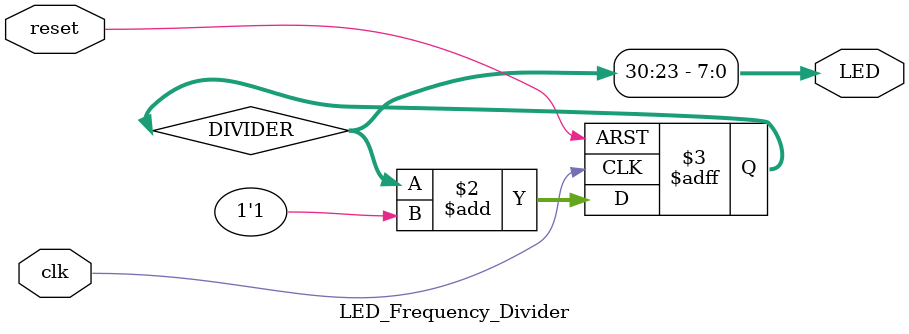
<source format=v>
`timescale 1ns / 1ps


module LED_Frequency_Divider(
    input clk,
    input reset,
    output [7:0] LED
    );
    
reg [30:1] DIVIDER;

//  Frequency Generator

always @(posedge clk or posedge reset)
    begin //pushbutton inputs are normally low on
          //NEXYS boards, and driven high when pressed.
     if (reset) //us a push button on NEXYS-3 as a reset button
        DIVIDER <= {28'h0000000,2'b00}; //use concatenation
                //technique to express a 30-bit divider
     else
        DIVIDER <= DIVIDER + 1'b1;
     end
     
assign  LED[0] = DIVIDER[23], //T = 0.084 second
        LED[1] = DIVIDER[24], //T = 0.186 second
        LED[2] = DIVIDER[25], //T = 0.336 second
        LED[3] = DIVIDER[26], //T = 0.671 second
        LED[4] = DIVIDER[27], //T = 1.342 second
        LED[5] = DIVIDER[28], //T = 2.68 second
        LED[6] = DIVIDER[29], //T = 5.37 second
        LED[7] = DIVIDER[30]; //T = 10.73 second
endmodule

</source>
